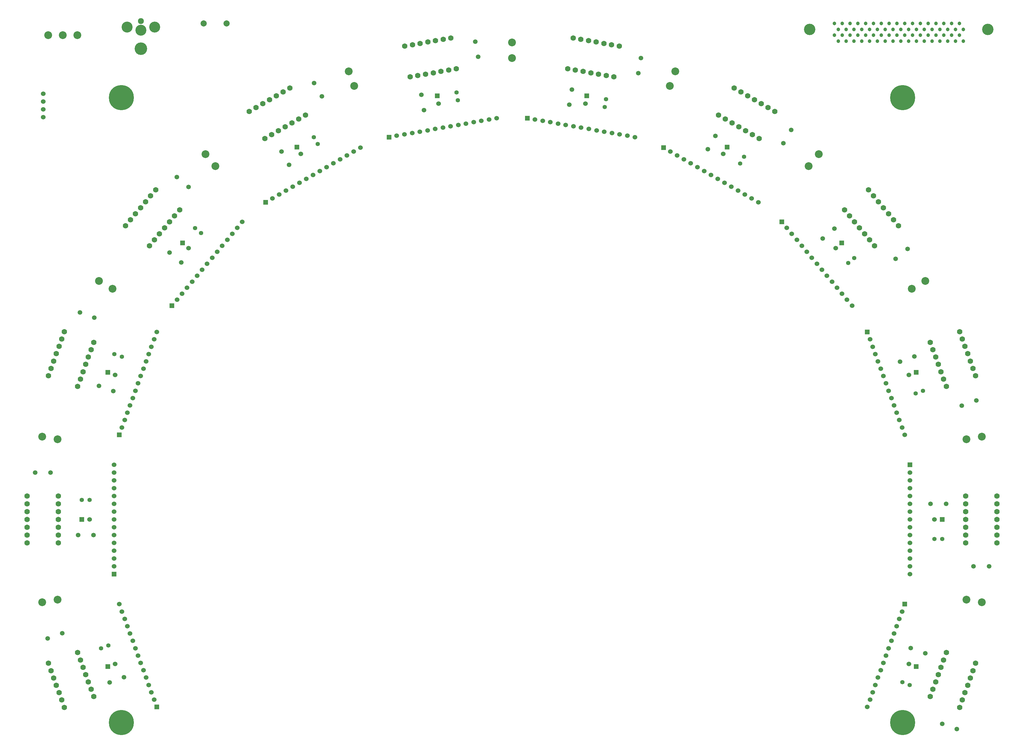
<source format=gbs>
G04 (created by PCBNEW (2013-jul-07)-stable) date Thu 10 Sep 2015 02:50:31 PM PDT*
%MOIN*%
G04 Gerber Fmt 3.4, Leading zero omitted, Abs format*
%FSLAX34Y34*%
G01*
G70*
G90*
G04 APERTURE LIST*
%ADD10C,0.00590551*%
%ADD11C,0.145669*%
%ADD12C,0.0472441*%
%ADD13C,0.07*%
%ADD14C,0.1*%
%ADD15C,0.0590551*%
%ADD16C,0.06*%
%ADD17R,0.06X0.06*%
%ADD18C,0.076*%
%ADD19C,0.14*%
%ADD20C,0.16*%
%ADD21C,0.055*%
%ADD22C,0.0787402*%
%ADD23C,0.32*%
G04 APERTURE END LIST*
G54D10*
G54D11*
X140899Y-27246D03*
X118100Y-27246D03*
G54D12*
X137750Y-28746D03*
X137250Y-27996D03*
X136750Y-28746D03*
X136250Y-27996D03*
X135750Y-28746D03*
X135250Y-27996D03*
X134750Y-28746D03*
X134250Y-27996D03*
X133750Y-28746D03*
X133250Y-27996D03*
X132750Y-28746D03*
X132250Y-27996D03*
X131750Y-28746D03*
X131250Y-27996D03*
X130750Y-28746D03*
X130250Y-27996D03*
X129750Y-28746D03*
X129250Y-27996D03*
X128750Y-28746D03*
X128250Y-27996D03*
X127750Y-28746D03*
X127250Y-27996D03*
X126750Y-28746D03*
X126250Y-27996D03*
X125750Y-28746D03*
X125250Y-27996D03*
X124750Y-28746D03*
X124250Y-27996D03*
X123750Y-28746D03*
X123250Y-27996D03*
X122750Y-28746D03*
X122250Y-27996D03*
X121750Y-28746D03*
X121250Y-27996D03*
X137750Y-27246D03*
X137250Y-26496D03*
X136750Y-27246D03*
X136250Y-26496D03*
X135750Y-27246D03*
X135250Y-26496D03*
X134750Y-27246D03*
X134250Y-26496D03*
X133750Y-27246D03*
X133250Y-26496D03*
X132750Y-27246D03*
X132250Y-26496D03*
X131750Y-27246D03*
X131250Y-26496D03*
X130750Y-27246D03*
X130250Y-26496D03*
X129750Y-27246D03*
X129250Y-26496D03*
X128750Y-27246D03*
X128250Y-26496D03*
X127750Y-27246D03*
X127250Y-26496D03*
X126750Y-27246D03*
X126250Y-26496D03*
X125750Y-27246D03*
X125250Y-26496D03*
X124750Y-27246D03*
X124250Y-26496D03*
X123750Y-27246D03*
X123250Y-26496D03*
X122750Y-27246D03*
X122250Y-26496D03*
X121750Y-27246D03*
X121250Y-26496D03*
G54D13*
X72177Y-28357D03*
X71192Y-28531D03*
X70207Y-28704D03*
X69222Y-28878D03*
X68237Y-29052D03*
X67253Y-29225D03*
X66268Y-29399D03*
X66962Y-33338D03*
X67947Y-33165D03*
X68932Y-32991D03*
X69917Y-32817D03*
X70902Y-32644D03*
X71886Y-32470D03*
X72871Y-32296D03*
X51565Y-34750D03*
X50699Y-35250D03*
X49833Y-35750D03*
X48967Y-36250D03*
X48101Y-36750D03*
X47235Y-37250D03*
X46369Y-37750D03*
X48369Y-41214D03*
X49235Y-40714D03*
X50101Y-40214D03*
X50967Y-39714D03*
X51833Y-39214D03*
X52699Y-38714D03*
X53565Y-38214D03*
X34384Y-47807D03*
X33741Y-48573D03*
X33098Y-49339D03*
X32455Y-50105D03*
X31813Y-50871D03*
X31170Y-51637D03*
X30527Y-52403D03*
X33591Y-54975D03*
X34234Y-54209D03*
X34877Y-53442D03*
X35520Y-52676D03*
X36162Y-51910D03*
X36805Y-51144D03*
X37448Y-50378D03*
X137295Y-114046D03*
X137637Y-113106D03*
X137979Y-112167D03*
X138321Y-111227D03*
X138663Y-110287D03*
X139005Y-109347D03*
X139347Y-108408D03*
X135588Y-107040D03*
X135246Y-107979D03*
X134904Y-108919D03*
X134562Y-109859D03*
X134220Y-110798D03*
X133878Y-111738D03*
X133536Y-112678D03*
X22704Y-65953D03*
X22362Y-66893D03*
X22020Y-67832D03*
X21678Y-68772D03*
X21336Y-69712D03*
X20994Y-70652D03*
X20652Y-71591D03*
X24411Y-72959D03*
X24753Y-72020D03*
X25095Y-71080D03*
X25437Y-70140D03*
X25779Y-69201D03*
X26121Y-68261D03*
X26463Y-67321D03*
X142064Y-93000D03*
X142064Y-92000D03*
X142064Y-91000D03*
X142064Y-90000D03*
X142064Y-89000D03*
X142064Y-88000D03*
X142064Y-87000D03*
X138064Y-87000D03*
X138064Y-88000D03*
X138064Y-89000D03*
X138064Y-90000D03*
X138064Y-91000D03*
X138064Y-92000D03*
X138064Y-93000D03*
X17935Y-87000D03*
X17935Y-88000D03*
X17935Y-89000D03*
X17935Y-90000D03*
X17935Y-91000D03*
X17935Y-92000D03*
X17935Y-93000D03*
X21935Y-93000D03*
X21935Y-92000D03*
X21935Y-91000D03*
X21935Y-90000D03*
X21935Y-89000D03*
X21935Y-88000D03*
X21935Y-87000D03*
X20652Y-108408D03*
X20994Y-109347D03*
X21336Y-110287D03*
X21678Y-111227D03*
X22020Y-112167D03*
X22362Y-113106D03*
X22704Y-114046D03*
X26463Y-112678D03*
X26121Y-111738D03*
X25779Y-110798D03*
X25437Y-109859D03*
X25095Y-108919D03*
X24753Y-107979D03*
X24411Y-107040D03*
X139347Y-71591D03*
X139005Y-70652D03*
X138663Y-69712D03*
X138321Y-68772D03*
X137979Y-67832D03*
X137637Y-66893D03*
X137295Y-65953D03*
X133536Y-67321D03*
X133878Y-68261D03*
X134220Y-69201D03*
X134562Y-70140D03*
X134904Y-71080D03*
X135246Y-72020D03*
X135588Y-72959D03*
X93731Y-29399D03*
X92746Y-29225D03*
X91762Y-29052D03*
X90777Y-28878D03*
X89792Y-28704D03*
X88807Y-28531D03*
X87822Y-28357D03*
X87128Y-32296D03*
X88113Y-32470D03*
X89097Y-32644D03*
X90082Y-32817D03*
X91067Y-32991D03*
X92052Y-33165D03*
X93037Y-33338D03*
X129472Y-52403D03*
X128829Y-51637D03*
X128186Y-50871D03*
X127543Y-50105D03*
X126901Y-49339D03*
X126258Y-48573D03*
X125615Y-47807D03*
X122551Y-50378D03*
X123194Y-51144D03*
X123836Y-51910D03*
X124479Y-52676D03*
X125122Y-53442D03*
X125765Y-54209D03*
X126408Y-54975D03*
X113630Y-37750D03*
X112764Y-37250D03*
X111898Y-36750D03*
X111032Y-36250D03*
X110166Y-35750D03*
X109300Y-35250D03*
X108434Y-34750D03*
X106434Y-38214D03*
X107300Y-38714D03*
X108166Y-39214D03*
X109032Y-39714D03*
X109898Y-40214D03*
X110764Y-40714D03*
X111630Y-41214D03*
G54D14*
X24370Y-28000D03*
X22500Y-28000D03*
X20630Y-28000D03*
G54D15*
X37669Y-57091D03*
X36161Y-55825D03*
X129114Y-56620D03*
X130622Y-55355D03*
X68726Y-37581D03*
X68384Y-35642D03*
X114736Y-41835D03*
X115720Y-40130D03*
X137569Y-75431D03*
X139418Y-74758D03*
X96168Y-32859D03*
X96509Y-30920D03*
X87334Y-36886D03*
X87676Y-34948D03*
X51477Y-44598D03*
X50493Y-42893D03*
X139079Y-96000D03*
X141048Y-96000D03*
X136924Y-116836D03*
X135075Y-116163D03*
X30335Y-110204D03*
X28485Y-110877D03*
X26419Y-92000D03*
X24451Y-92000D03*
X28967Y-73553D03*
X27117Y-72880D03*
X55656Y-35835D03*
X54672Y-34130D03*
X38598Y-47427D03*
X37090Y-46162D03*
X26535Y-64155D03*
X24685Y-63481D03*
X20919Y-84000D03*
X18951Y-84000D03*
X22430Y-104568D03*
X20580Y-105241D03*
X129664Y-69795D03*
X131514Y-69122D03*
X133579Y-88000D03*
X135548Y-88000D03*
X75649Y-30775D03*
X75307Y-28837D03*
X119759Y-54027D03*
X121266Y-52761D03*
X131032Y-106446D03*
X132882Y-107119D03*
X105057Y-42598D03*
X106042Y-40893D03*
G54D16*
X20000Y-38500D03*
X20000Y-37500D03*
X20000Y-36500D03*
X20000Y-35500D03*
G54D17*
X135064Y-90000D03*
G54D16*
X134064Y-90000D03*
G54D17*
X52467Y-42313D03*
G54D16*
X52967Y-43179D03*
G54D17*
X70438Y-35772D03*
G54D16*
X70612Y-36757D03*
G54D17*
X89561Y-35772D03*
G54D16*
X89387Y-36757D03*
G54D17*
X37818Y-54605D03*
G54D16*
X38584Y-55248D03*
G54D17*
X28256Y-108833D03*
G54D16*
X29196Y-108491D03*
G54D17*
X131743Y-108833D03*
G54D16*
X130803Y-108491D03*
G54D17*
X131743Y-71166D03*
G54D16*
X130803Y-71508D03*
G54D17*
X122181Y-54605D03*
G54D16*
X121415Y-55248D03*
G54D17*
X28256Y-71166D03*
G54D16*
X29196Y-71508D03*
G54D17*
X107532Y-42313D03*
G54D16*
X107032Y-43179D03*
G54D17*
X24935Y-90000D03*
G54D16*
X25935Y-90000D03*
G54D17*
X99407Y-42385D03*
G54D16*
X100273Y-42885D03*
X101139Y-43385D03*
X102005Y-43885D03*
X102871Y-44385D03*
X103737Y-44885D03*
X104603Y-45385D03*
X105469Y-45885D03*
X106335Y-46385D03*
X107201Y-46885D03*
X108067Y-47385D03*
X108933Y-47885D03*
X109799Y-48385D03*
X110665Y-48885D03*
X111531Y-49385D03*
G54D17*
X130261Y-100844D03*
G54D16*
X129919Y-101784D03*
X129577Y-102723D03*
X129235Y-103663D03*
X128893Y-104603D03*
X128551Y-105543D03*
X128209Y-106482D03*
X127867Y-107422D03*
X127525Y-108362D03*
X127183Y-109301D03*
X126841Y-110241D03*
X126499Y-111181D03*
X126157Y-112120D03*
X125815Y-113060D03*
X125473Y-114000D03*
G54D17*
X130939Y-83000D03*
G54D16*
X130939Y-84000D03*
X130939Y-85000D03*
X130939Y-86000D03*
X130939Y-87000D03*
X130939Y-88000D03*
X130939Y-89000D03*
X130939Y-90000D03*
X130939Y-91000D03*
X130939Y-92000D03*
X130939Y-93000D03*
X130939Y-94000D03*
X130939Y-95000D03*
X130939Y-96000D03*
X130939Y-97000D03*
G54D17*
X125473Y-65999D03*
G54D16*
X125815Y-66939D03*
X126157Y-67879D03*
X126499Y-68818D03*
X126841Y-69758D03*
X127183Y-70698D03*
X127525Y-71637D03*
X127867Y-72577D03*
X128209Y-73517D03*
X128551Y-74456D03*
X128893Y-75396D03*
X129235Y-76336D03*
X129577Y-77276D03*
X129919Y-78215D03*
X130261Y-79155D03*
G54D17*
X114522Y-51894D03*
G54D16*
X115164Y-52660D03*
X115807Y-53426D03*
X116450Y-54192D03*
X117093Y-54958D03*
X117736Y-55724D03*
X118378Y-56490D03*
X119021Y-57256D03*
X119664Y-58022D03*
X120307Y-58788D03*
X120950Y-59554D03*
X121592Y-60320D03*
X122235Y-61086D03*
X122878Y-61852D03*
X123521Y-62619D03*
G54D17*
X81952Y-38619D03*
G54D16*
X82936Y-38792D03*
X83921Y-38966D03*
X84906Y-39140D03*
X85891Y-39313D03*
X86876Y-39487D03*
X87860Y-39660D03*
X88845Y-39834D03*
X89830Y-40008D03*
X90815Y-40181D03*
X91800Y-40355D03*
X92784Y-40529D03*
X93769Y-40702D03*
X94754Y-40876D03*
X95739Y-41050D03*
G54D17*
X64260Y-41050D03*
G54D16*
X65245Y-40876D03*
X66230Y-40702D03*
X67215Y-40529D03*
X68199Y-40355D03*
X69184Y-40181D03*
X70169Y-40008D03*
X71154Y-39834D03*
X72139Y-39660D03*
X73123Y-39487D03*
X74108Y-39313D03*
X75093Y-39140D03*
X76078Y-38966D03*
X77063Y-38792D03*
X78047Y-38619D03*
G54D17*
X48468Y-49385D03*
G54D16*
X49334Y-48885D03*
X50200Y-48385D03*
X51066Y-47885D03*
X51932Y-47385D03*
X52798Y-46885D03*
X53664Y-46385D03*
X54530Y-45885D03*
X55396Y-45385D03*
X56262Y-44885D03*
X57128Y-44385D03*
X57994Y-43885D03*
X58860Y-43385D03*
X59726Y-42885D03*
X60592Y-42385D03*
G54D17*
X36478Y-62619D03*
G54D16*
X37121Y-61852D03*
X37764Y-61086D03*
X38407Y-60320D03*
X39049Y-59554D03*
X39692Y-58788D03*
X40335Y-58022D03*
X40978Y-57256D03*
X41621Y-56490D03*
X42263Y-55724D03*
X42906Y-54958D03*
X43549Y-54192D03*
X44192Y-53426D03*
X44835Y-52660D03*
X45477Y-51894D03*
G54D17*
X29738Y-79155D03*
G54D16*
X30080Y-78215D03*
X30422Y-77276D03*
X30764Y-76336D03*
X31106Y-75396D03*
X31448Y-74456D03*
X31790Y-73517D03*
X32132Y-72577D03*
X32474Y-71637D03*
X32816Y-70698D03*
X33158Y-69758D03*
X33500Y-68818D03*
X33842Y-67879D03*
X34184Y-66939D03*
X34526Y-65999D03*
G54D17*
X29060Y-97000D03*
G54D16*
X29060Y-96000D03*
X29060Y-95000D03*
X29060Y-94000D03*
X29060Y-93000D03*
X29060Y-92000D03*
X29060Y-91000D03*
X29060Y-90000D03*
X29060Y-89000D03*
X29060Y-88000D03*
X29060Y-87000D03*
X29060Y-86000D03*
X29060Y-85000D03*
X29060Y-84000D03*
X29060Y-83000D03*
G54D17*
X34526Y-114000D03*
G54D16*
X34184Y-113060D03*
X33842Y-112120D03*
X33500Y-111181D03*
X33158Y-110241D03*
X32816Y-109301D03*
X32474Y-108362D03*
X32132Y-107422D03*
X31790Y-106482D03*
X31448Y-105543D03*
X31106Y-104603D03*
X30764Y-103663D03*
X30422Y-102723D03*
X30080Y-101784D03*
X29738Y-100844D03*
G54D18*
X32500Y-26180D03*
G54D19*
X32500Y-27360D03*
G54D20*
X32500Y-29720D03*
G54D19*
X30730Y-26970D03*
X34270Y-26970D03*
G54D14*
X80000Y-30935D03*
X80000Y-28935D03*
X21832Y-100256D03*
X19863Y-100603D03*
X21832Y-79743D03*
X19863Y-79396D03*
X28848Y-60467D03*
X27116Y-59467D03*
X42034Y-44754D03*
X40748Y-43222D03*
X59798Y-34497D03*
X59114Y-32618D03*
G54D21*
X30051Y-69159D03*
X29111Y-68817D03*
X28341Y-106141D03*
X27401Y-106484D03*
X25935Y-87500D03*
X24935Y-87500D03*
X131658Y-73858D03*
X132598Y-73515D03*
X40191Y-53333D03*
X39425Y-52690D03*
X55133Y-41929D03*
X54633Y-41063D03*
X73073Y-36322D03*
X72900Y-35338D03*
X91850Y-37191D03*
X92023Y-36206D03*
X129948Y-110840D03*
X130888Y-111182D03*
X109197Y-44429D03*
X109697Y-43563D03*
X134064Y-92500D03*
X135064Y-92500D03*
X123022Y-57163D03*
X123788Y-56520D03*
G54D22*
X40523Y-26500D03*
X43476Y-26500D03*
G54D14*
X100201Y-34497D03*
X100885Y-32618D03*
X117965Y-44754D03*
X119251Y-43222D03*
X131151Y-60467D03*
X132883Y-59467D03*
X138167Y-79743D03*
X140136Y-79396D03*
X138167Y-100256D03*
X140136Y-100603D03*
G54D23*
X30000Y-36000D03*
X130000Y-36000D03*
X130000Y-116000D03*
X30000Y-116000D03*
M02*

</source>
